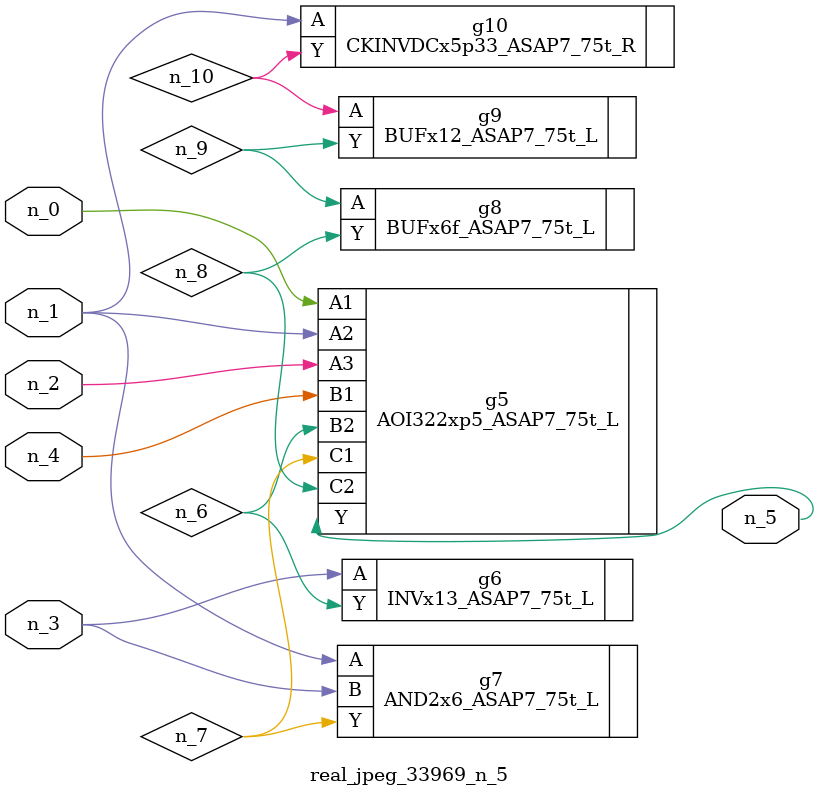
<source format=v>
module real_jpeg_33969_n_5 (n_4, n_0, n_1, n_2, n_3, n_5);

input n_4;
input n_0;
input n_1;
input n_2;
input n_3;

output n_5;

wire n_8;
wire n_6;
wire n_7;
wire n_10;
wire n_9;

AOI322xp5_ASAP7_75t_L g5 ( 
.A1(n_0),
.A2(n_1),
.A3(n_2),
.B1(n_4),
.B2(n_6),
.C1(n_7),
.C2(n_8),
.Y(n_5)
);

AND2x6_ASAP7_75t_L g7 ( 
.A(n_1),
.B(n_3),
.Y(n_7)
);

CKINVDCx5p33_ASAP7_75t_R g10 ( 
.A(n_1),
.Y(n_10)
);

INVx13_ASAP7_75t_L g6 ( 
.A(n_3),
.Y(n_6)
);

BUFx6f_ASAP7_75t_L g8 ( 
.A(n_9),
.Y(n_8)
);

BUFx12_ASAP7_75t_L g9 ( 
.A(n_10),
.Y(n_9)
);


endmodule
</source>
